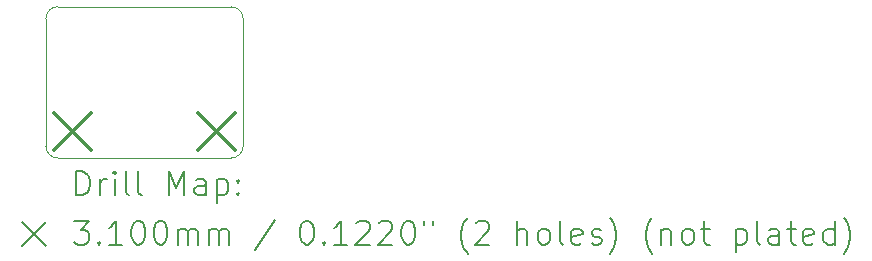
<source format=gbr>
%TF.GenerationSoftware,KiCad,Pcbnew,8.0.4-8.0.4-0~ubuntu22.04.1*%
%TF.CreationDate,2024-08-29T21:18:51-07:00*%
%TF.ProjectId,uSlime_BNO085,75536c69-6d65-45f4-924e-4f3038352e6b,rev?*%
%TF.SameCoordinates,Original*%
%TF.FileFunction,Drillmap*%
%TF.FilePolarity,Positive*%
%FSLAX45Y45*%
G04 Gerber Fmt 4.5, Leading zero omitted, Abs format (unit mm)*
G04 Created by KiCad (PCBNEW 8.0.4-8.0.4-0~ubuntu22.04.1) date 2024-08-29 21:18:51*
%MOMM*%
%LPD*%
G01*
G04 APERTURE LIST*
%ADD10C,0.050000*%
%ADD11C,0.200000*%
%ADD12C,0.310000*%
G04 APERTURE END LIST*
D10*
X11634999Y-8935711D02*
X10165000Y-8935000D01*
X10165000Y-10215000D02*
X11635000Y-10215000D01*
X11735000Y-10115000D02*
X11734999Y-9035711D01*
X10065000Y-9035000D02*
G75*
G02*
X10165000Y-8935000I100000J0D01*
G01*
X10065000Y-9035000D02*
X10065000Y-10115000D01*
X10165000Y-10215000D02*
G75*
G02*
X10065000Y-10115000I0J100000D01*
G01*
X11634999Y-8935711D02*
G75*
G02*
X11734999Y-9035711I1J-99999D01*
G01*
X11735000Y-10115000D02*
G75*
G02*
X11635000Y-10215000I-100000J0D01*
G01*
D11*
D12*
X10135000Y-9835000D02*
X10445000Y-10145000D01*
X10445000Y-9835000D02*
X10135000Y-10145000D01*
X11355000Y-9835000D02*
X11665000Y-10145000D01*
X11665000Y-9835000D02*
X11355000Y-10145000D01*
D11*
X10323277Y-10528984D02*
X10323277Y-10328984D01*
X10323277Y-10328984D02*
X10370896Y-10328984D01*
X10370896Y-10328984D02*
X10399467Y-10338508D01*
X10399467Y-10338508D02*
X10418515Y-10357555D01*
X10418515Y-10357555D02*
X10428039Y-10376603D01*
X10428039Y-10376603D02*
X10437563Y-10414698D01*
X10437563Y-10414698D02*
X10437563Y-10443270D01*
X10437563Y-10443270D02*
X10428039Y-10481365D01*
X10428039Y-10481365D02*
X10418515Y-10500412D01*
X10418515Y-10500412D02*
X10399467Y-10519460D01*
X10399467Y-10519460D02*
X10370896Y-10528984D01*
X10370896Y-10528984D02*
X10323277Y-10528984D01*
X10523277Y-10528984D02*
X10523277Y-10395650D01*
X10523277Y-10433746D02*
X10532801Y-10414698D01*
X10532801Y-10414698D02*
X10542324Y-10405174D01*
X10542324Y-10405174D02*
X10561372Y-10395650D01*
X10561372Y-10395650D02*
X10580420Y-10395650D01*
X10647086Y-10528984D02*
X10647086Y-10395650D01*
X10647086Y-10328984D02*
X10637563Y-10338508D01*
X10637563Y-10338508D02*
X10647086Y-10348031D01*
X10647086Y-10348031D02*
X10656610Y-10338508D01*
X10656610Y-10338508D02*
X10647086Y-10328984D01*
X10647086Y-10328984D02*
X10647086Y-10348031D01*
X10770896Y-10528984D02*
X10751848Y-10519460D01*
X10751848Y-10519460D02*
X10742324Y-10500412D01*
X10742324Y-10500412D02*
X10742324Y-10328984D01*
X10875658Y-10528984D02*
X10856610Y-10519460D01*
X10856610Y-10519460D02*
X10847086Y-10500412D01*
X10847086Y-10500412D02*
X10847086Y-10328984D01*
X11104229Y-10528984D02*
X11104229Y-10328984D01*
X11104229Y-10328984D02*
X11170896Y-10471841D01*
X11170896Y-10471841D02*
X11237562Y-10328984D01*
X11237562Y-10328984D02*
X11237562Y-10528984D01*
X11418515Y-10528984D02*
X11418515Y-10424222D01*
X11418515Y-10424222D02*
X11408991Y-10405174D01*
X11408991Y-10405174D02*
X11389943Y-10395650D01*
X11389943Y-10395650D02*
X11351848Y-10395650D01*
X11351848Y-10395650D02*
X11332801Y-10405174D01*
X11418515Y-10519460D02*
X11399467Y-10528984D01*
X11399467Y-10528984D02*
X11351848Y-10528984D01*
X11351848Y-10528984D02*
X11332801Y-10519460D01*
X11332801Y-10519460D02*
X11323277Y-10500412D01*
X11323277Y-10500412D02*
X11323277Y-10481365D01*
X11323277Y-10481365D02*
X11332801Y-10462317D01*
X11332801Y-10462317D02*
X11351848Y-10452793D01*
X11351848Y-10452793D02*
X11399467Y-10452793D01*
X11399467Y-10452793D02*
X11418515Y-10443270D01*
X11513753Y-10395650D02*
X11513753Y-10595650D01*
X11513753Y-10405174D02*
X11532801Y-10395650D01*
X11532801Y-10395650D02*
X11570896Y-10395650D01*
X11570896Y-10395650D02*
X11589943Y-10405174D01*
X11589943Y-10405174D02*
X11599467Y-10414698D01*
X11599467Y-10414698D02*
X11608991Y-10433746D01*
X11608991Y-10433746D02*
X11608991Y-10490889D01*
X11608991Y-10490889D02*
X11599467Y-10509936D01*
X11599467Y-10509936D02*
X11589943Y-10519460D01*
X11589943Y-10519460D02*
X11570896Y-10528984D01*
X11570896Y-10528984D02*
X11532801Y-10528984D01*
X11532801Y-10528984D02*
X11513753Y-10519460D01*
X11694705Y-10509936D02*
X11704229Y-10519460D01*
X11704229Y-10519460D02*
X11694705Y-10528984D01*
X11694705Y-10528984D02*
X11685182Y-10519460D01*
X11685182Y-10519460D02*
X11694705Y-10509936D01*
X11694705Y-10509936D02*
X11694705Y-10528984D01*
X11694705Y-10405174D02*
X11704229Y-10414698D01*
X11704229Y-10414698D02*
X11694705Y-10424222D01*
X11694705Y-10424222D02*
X11685182Y-10414698D01*
X11685182Y-10414698D02*
X11694705Y-10405174D01*
X11694705Y-10405174D02*
X11694705Y-10424222D01*
X9862500Y-10757500D02*
X10062500Y-10957500D01*
X10062500Y-10757500D02*
X9862500Y-10957500D01*
X10304229Y-10748984D02*
X10428039Y-10748984D01*
X10428039Y-10748984D02*
X10361372Y-10825174D01*
X10361372Y-10825174D02*
X10389944Y-10825174D01*
X10389944Y-10825174D02*
X10408991Y-10834698D01*
X10408991Y-10834698D02*
X10418515Y-10844222D01*
X10418515Y-10844222D02*
X10428039Y-10863270D01*
X10428039Y-10863270D02*
X10428039Y-10910889D01*
X10428039Y-10910889D02*
X10418515Y-10929936D01*
X10418515Y-10929936D02*
X10408991Y-10939460D01*
X10408991Y-10939460D02*
X10389944Y-10948984D01*
X10389944Y-10948984D02*
X10332801Y-10948984D01*
X10332801Y-10948984D02*
X10313753Y-10939460D01*
X10313753Y-10939460D02*
X10304229Y-10929936D01*
X10513753Y-10929936D02*
X10523277Y-10939460D01*
X10523277Y-10939460D02*
X10513753Y-10948984D01*
X10513753Y-10948984D02*
X10504229Y-10939460D01*
X10504229Y-10939460D02*
X10513753Y-10929936D01*
X10513753Y-10929936D02*
X10513753Y-10948984D01*
X10713753Y-10948984D02*
X10599467Y-10948984D01*
X10656610Y-10948984D02*
X10656610Y-10748984D01*
X10656610Y-10748984D02*
X10637563Y-10777555D01*
X10637563Y-10777555D02*
X10618515Y-10796603D01*
X10618515Y-10796603D02*
X10599467Y-10806127D01*
X10837563Y-10748984D02*
X10856610Y-10748984D01*
X10856610Y-10748984D02*
X10875658Y-10758508D01*
X10875658Y-10758508D02*
X10885182Y-10768031D01*
X10885182Y-10768031D02*
X10894705Y-10787079D01*
X10894705Y-10787079D02*
X10904229Y-10825174D01*
X10904229Y-10825174D02*
X10904229Y-10872793D01*
X10904229Y-10872793D02*
X10894705Y-10910889D01*
X10894705Y-10910889D02*
X10885182Y-10929936D01*
X10885182Y-10929936D02*
X10875658Y-10939460D01*
X10875658Y-10939460D02*
X10856610Y-10948984D01*
X10856610Y-10948984D02*
X10837563Y-10948984D01*
X10837563Y-10948984D02*
X10818515Y-10939460D01*
X10818515Y-10939460D02*
X10808991Y-10929936D01*
X10808991Y-10929936D02*
X10799467Y-10910889D01*
X10799467Y-10910889D02*
X10789944Y-10872793D01*
X10789944Y-10872793D02*
X10789944Y-10825174D01*
X10789944Y-10825174D02*
X10799467Y-10787079D01*
X10799467Y-10787079D02*
X10808991Y-10768031D01*
X10808991Y-10768031D02*
X10818515Y-10758508D01*
X10818515Y-10758508D02*
X10837563Y-10748984D01*
X11028039Y-10748984D02*
X11047086Y-10748984D01*
X11047086Y-10748984D02*
X11066134Y-10758508D01*
X11066134Y-10758508D02*
X11075658Y-10768031D01*
X11075658Y-10768031D02*
X11085182Y-10787079D01*
X11085182Y-10787079D02*
X11094705Y-10825174D01*
X11094705Y-10825174D02*
X11094705Y-10872793D01*
X11094705Y-10872793D02*
X11085182Y-10910889D01*
X11085182Y-10910889D02*
X11075658Y-10929936D01*
X11075658Y-10929936D02*
X11066134Y-10939460D01*
X11066134Y-10939460D02*
X11047086Y-10948984D01*
X11047086Y-10948984D02*
X11028039Y-10948984D01*
X11028039Y-10948984D02*
X11008991Y-10939460D01*
X11008991Y-10939460D02*
X10999467Y-10929936D01*
X10999467Y-10929936D02*
X10989944Y-10910889D01*
X10989944Y-10910889D02*
X10980420Y-10872793D01*
X10980420Y-10872793D02*
X10980420Y-10825174D01*
X10980420Y-10825174D02*
X10989944Y-10787079D01*
X10989944Y-10787079D02*
X10999467Y-10768031D01*
X10999467Y-10768031D02*
X11008991Y-10758508D01*
X11008991Y-10758508D02*
X11028039Y-10748984D01*
X11180420Y-10948984D02*
X11180420Y-10815650D01*
X11180420Y-10834698D02*
X11189943Y-10825174D01*
X11189943Y-10825174D02*
X11208991Y-10815650D01*
X11208991Y-10815650D02*
X11237563Y-10815650D01*
X11237563Y-10815650D02*
X11256610Y-10825174D01*
X11256610Y-10825174D02*
X11266134Y-10844222D01*
X11266134Y-10844222D02*
X11266134Y-10948984D01*
X11266134Y-10844222D02*
X11275658Y-10825174D01*
X11275658Y-10825174D02*
X11294705Y-10815650D01*
X11294705Y-10815650D02*
X11323277Y-10815650D01*
X11323277Y-10815650D02*
X11342324Y-10825174D01*
X11342324Y-10825174D02*
X11351848Y-10844222D01*
X11351848Y-10844222D02*
X11351848Y-10948984D01*
X11447086Y-10948984D02*
X11447086Y-10815650D01*
X11447086Y-10834698D02*
X11456610Y-10825174D01*
X11456610Y-10825174D02*
X11475658Y-10815650D01*
X11475658Y-10815650D02*
X11504229Y-10815650D01*
X11504229Y-10815650D02*
X11523277Y-10825174D01*
X11523277Y-10825174D02*
X11532801Y-10844222D01*
X11532801Y-10844222D02*
X11532801Y-10948984D01*
X11532801Y-10844222D02*
X11542324Y-10825174D01*
X11542324Y-10825174D02*
X11561372Y-10815650D01*
X11561372Y-10815650D02*
X11589943Y-10815650D01*
X11589943Y-10815650D02*
X11608991Y-10825174D01*
X11608991Y-10825174D02*
X11618515Y-10844222D01*
X11618515Y-10844222D02*
X11618515Y-10948984D01*
X12008991Y-10739460D02*
X11837563Y-10996603D01*
X12266134Y-10748984D02*
X12285182Y-10748984D01*
X12285182Y-10748984D02*
X12304229Y-10758508D01*
X12304229Y-10758508D02*
X12313753Y-10768031D01*
X12313753Y-10768031D02*
X12323277Y-10787079D01*
X12323277Y-10787079D02*
X12332801Y-10825174D01*
X12332801Y-10825174D02*
X12332801Y-10872793D01*
X12332801Y-10872793D02*
X12323277Y-10910889D01*
X12323277Y-10910889D02*
X12313753Y-10929936D01*
X12313753Y-10929936D02*
X12304229Y-10939460D01*
X12304229Y-10939460D02*
X12285182Y-10948984D01*
X12285182Y-10948984D02*
X12266134Y-10948984D01*
X12266134Y-10948984D02*
X12247086Y-10939460D01*
X12247086Y-10939460D02*
X12237563Y-10929936D01*
X12237563Y-10929936D02*
X12228039Y-10910889D01*
X12228039Y-10910889D02*
X12218515Y-10872793D01*
X12218515Y-10872793D02*
X12218515Y-10825174D01*
X12218515Y-10825174D02*
X12228039Y-10787079D01*
X12228039Y-10787079D02*
X12237563Y-10768031D01*
X12237563Y-10768031D02*
X12247086Y-10758508D01*
X12247086Y-10758508D02*
X12266134Y-10748984D01*
X12418515Y-10929936D02*
X12428039Y-10939460D01*
X12428039Y-10939460D02*
X12418515Y-10948984D01*
X12418515Y-10948984D02*
X12408991Y-10939460D01*
X12408991Y-10939460D02*
X12418515Y-10929936D01*
X12418515Y-10929936D02*
X12418515Y-10948984D01*
X12618515Y-10948984D02*
X12504229Y-10948984D01*
X12561372Y-10948984D02*
X12561372Y-10748984D01*
X12561372Y-10748984D02*
X12542325Y-10777555D01*
X12542325Y-10777555D02*
X12523277Y-10796603D01*
X12523277Y-10796603D02*
X12504229Y-10806127D01*
X12694706Y-10768031D02*
X12704229Y-10758508D01*
X12704229Y-10758508D02*
X12723277Y-10748984D01*
X12723277Y-10748984D02*
X12770896Y-10748984D01*
X12770896Y-10748984D02*
X12789944Y-10758508D01*
X12789944Y-10758508D02*
X12799467Y-10768031D01*
X12799467Y-10768031D02*
X12808991Y-10787079D01*
X12808991Y-10787079D02*
X12808991Y-10806127D01*
X12808991Y-10806127D02*
X12799467Y-10834698D01*
X12799467Y-10834698D02*
X12685182Y-10948984D01*
X12685182Y-10948984D02*
X12808991Y-10948984D01*
X12885182Y-10768031D02*
X12894706Y-10758508D01*
X12894706Y-10758508D02*
X12913753Y-10748984D01*
X12913753Y-10748984D02*
X12961372Y-10748984D01*
X12961372Y-10748984D02*
X12980420Y-10758508D01*
X12980420Y-10758508D02*
X12989944Y-10768031D01*
X12989944Y-10768031D02*
X12999467Y-10787079D01*
X12999467Y-10787079D02*
X12999467Y-10806127D01*
X12999467Y-10806127D02*
X12989944Y-10834698D01*
X12989944Y-10834698D02*
X12875658Y-10948984D01*
X12875658Y-10948984D02*
X12999467Y-10948984D01*
X13123277Y-10748984D02*
X13142325Y-10748984D01*
X13142325Y-10748984D02*
X13161372Y-10758508D01*
X13161372Y-10758508D02*
X13170896Y-10768031D01*
X13170896Y-10768031D02*
X13180420Y-10787079D01*
X13180420Y-10787079D02*
X13189944Y-10825174D01*
X13189944Y-10825174D02*
X13189944Y-10872793D01*
X13189944Y-10872793D02*
X13180420Y-10910889D01*
X13180420Y-10910889D02*
X13170896Y-10929936D01*
X13170896Y-10929936D02*
X13161372Y-10939460D01*
X13161372Y-10939460D02*
X13142325Y-10948984D01*
X13142325Y-10948984D02*
X13123277Y-10948984D01*
X13123277Y-10948984D02*
X13104229Y-10939460D01*
X13104229Y-10939460D02*
X13094706Y-10929936D01*
X13094706Y-10929936D02*
X13085182Y-10910889D01*
X13085182Y-10910889D02*
X13075658Y-10872793D01*
X13075658Y-10872793D02*
X13075658Y-10825174D01*
X13075658Y-10825174D02*
X13085182Y-10787079D01*
X13085182Y-10787079D02*
X13094706Y-10768031D01*
X13094706Y-10768031D02*
X13104229Y-10758508D01*
X13104229Y-10758508D02*
X13123277Y-10748984D01*
X13266134Y-10748984D02*
X13266134Y-10787079D01*
X13342325Y-10748984D02*
X13342325Y-10787079D01*
X13637563Y-11025174D02*
X13628039Y-11015650D01*
X13628039Y-11015650D02*
X13608991Y-10987079D01*
X13608991Y-10987079D02*
X13599468Y-10968031D01*
X13599468Y-10968031D02*
X13589944Y-10939460D01*
X13589944Y-10939460D02*
X13580420Y-10891841D01*
X13580420Y-10891841D02*
X13580420Y-10853746D01*
X13580420Y-10853746D02*
X13589944Y-10806127D01*
X13589944Y-10806127D02*
X13599468Y-10777555D01*
X13599468Y-10777555D02*
X13608991Y-10758508D01*
X13608991Y-10758508D02*
X13628039Y-10729936D01*
X13628039Y-10729936D02*
X13637563Y-10720412D01*
X13704229Y-10768031D02*
X13713753Y-10758508D01*
X13713753Y-10758508D02*
X13732801Y-10748984D01*
X13732801Y-10748984D02*
X13780420Y-10748984D01*
X13780420Y-10748984D02*
X13799468Y-10758508D01*
X13799468Y-10758508D02*
X13808991Y-10768031D01*
X13808991Y-10768031D02*
X13818515Y-10787079D01*
X13818515Y-10787079D02*
X13818515Y-10806127D01*
X13818515Y-10806127D02*
X13808991Y-10834698D01*
X13808991Y-10834698D02*
X13694706Y-10948984D01*
X13694706Y-10948984D02*
X13818515Y-10948984D01*
X14056610Y-10948984D02*
X14056610Y-10748984D01*
X14142325Y-10948984D02*
X14142325Y-10844222D01*
X14142325Y-10844222D02*
X14132801Y-10825174D01*
X14132801Y-10825174D02*
X14113753Y-10815650D01*
X14113753Y-10815650D02*
X14085182Y-10815650D01*
X14085182Y-10815650D02*
X14066134Y-10825174D01*
X14066134Y-10825174D02*
X14056610Y-10834698D01*
X14266134Y-10948984D02*
X14247087Y-10939460D01*
X14247087Y-10939460D02*
X14237563Y-10929936D01*
X14237563Y-10929936D02*
X14228039Y-10910889D01*
X14228039Y-10910889D02*
X14228039Y-10853746D01*
X14228039Y-10853746D02*
X14237563Y-10834698D01*
X14237563Y-10834698D02*
X14247087Y-10825174D01*
X14247087Y-10825174D02*
X14266134Y-10815650D01*
X14266134Y-10815650D02*
X14294706Y-10815650D01*
X14294706Y-10815650D02*
X14313753Y-10825174D01*
X14313753Y-10825174D02*
X14323277Y-10834698D01*
X14323277Y-10834698D02*
X14332801Y-10853746D01*
X14332801Y-10853746D02*
X14332801Y-10910889D01*
X14332801Y-10910889D02*
X14323277Y-10929936D01*
X14323277Y-10929936D02*
X14313753Y-10939460D01*
X14313753Y-10939460D02*
X14294706Y-10948984D01*
X14294706Y-10948984D02*
X14266134Y-10948984D01*
X14447087Y-10948984D02*
X14428039Y-10939460D01*
X14428039Y-10939460D02*
X14418515Y-10920412D01*
X14418515Y-10920412D02*
X14418515Y-10748984D01*
X14599468Y-10939460D02*
X14580420Y-10948984D01*
X14580420Y-10948984D02*
X14542325Y-10948984D01*
X14542325Y-10948984D02*
X14523277Y-10939460D01*
X14523277Y-10939460D02*
X14513753Y-10920412D01*
X14513753Y-10920412D02*
X14513753Y-10844222D01*
X14513753Y-10844222D02*
X14523277Y-10825174D01*
X14523277Y-10825174D02*
X14542325Y-10815650D01*
X14542325Y-10815650D02*
X14580420Y-10815650D01*
X14580420Y-10815650D02*
X14599468Y-10825174D01*
X14599468Y-10825174D02*
X14608991Y-10844222D01*
X14608991Y-10844222D02*
X14608991Y-10863270D01*
X14608991Y-10863270D02*
X14513753Y-10882317D01*
X14685182Y-10939460D02*
X14704230Y-10948984D01*
X14704230Y-10948984D02*
X14742325Y-10948984D01*
X14742325Y-10948984D02*
X14761372Y-10939460D01*
X14761372Y-10939460D02*
X14770896Y-10920412D01*
X14770896Y-10920412D02*
X14770896Y-10910889D01*
X14770896Y-10910889D02*
X14761372Y-10891841D01*
X14761372Y-10891841D02*
X14742325Y-10882317D01*
X14742325Y-10882317D02*
X14713753Y-10882317D01*
X14713753Y-10882317D02*
X14694706Y-10872793D01*
X14694706Y-10872793D02*
X14685182Y-10853746D01*
X14685182Y-10853746D02*
X14685182Y-10844222D01*
X14685182Y-10844222D02*
X14694706Y-10825174D01*
X14694706Y-10825174D02*
X14713753Y-10815650D01*
X14713753Y-10815650D02*
X14742325Y-10815650D01*
X14742325Y-10815650D02*
X14761372Y-10825174D01*
X14837563Y-11025174D02*
X14847087Y-11015650D01*
X14847087Y-11015650D02*
X14866134Y-10987079D01*
X14866134Y-10987079D02*
X14875658Y-10968031D01*
X14875658Y-10968031D02*
X14885182Y-10939460D01*
X14885182Y-10939460D02*
X14894706Y-10891841D01*
X14894706Y-10891841D02*
X14894706Y-10853746D01*
X14894706Y-10853746D02*
X14885182Y-10806127D01*
X14885182Y-10806127D02*
X14875658Y-10777555D01*
X14875658Y-10777555D02*
X14866134Y-10758508D01*
X14866134Y-10758508D02*
X14847087Y-10729936D01*
X14847087Y-10729936D02*
X14837563Y-10720412D01*
X15199468Y-11025174D02*
X15189944Y-11015650D01*
X15189944Y-11015650D02*
X15170896Y-10987079D01*
X15170896Y-10987079D02*
X15161372Y-10968031D01*
X15161372Y-10968031D02*
X15151849Y-10939460D01*
X15151849Y-10939460D02*
X15142325Y-10891841D01*
X15142325Y-10891841D02*
X15142325Y-10853746D01*
X15142325Y-10853746D02*
X15151849Y-10806127D01*
X15151849Y-10806127D02*
X15161372Y-10777555D01*
X15161372Y-10777555D02*
X15170896Y-10758508D01*
X15170896Y-10758508D02*
X15189944Y-10729936D01*
X15189944Y-10729936D02*
X15199468Y-10720412D01*
X15275658Y-10815650D02*
X15275658Y-10948984D01*
X15275658Y-10834698D02*
X15285182Y-10825174D01*
X15285182Y-10825174D02*
X15304230Y-10815650D01*
X15304230Y-10815650D02*
X15332801Y-10815650D01*
X15332801Y-10815650D02*
X15351849Y-10825174D01*
X15351849Y-10825174D02*
X15361372Y-10844222D01*
X15361372Y-10844222D02*
X15361372Y-10948984D01*
X15485182Y-10948984D02*
X15466134Y-10939460D01*
X15466134Y-10939460D02*
X15456611Y-10929936D01*
X15456611Y-10929936D02*
X15447087Y-10910889D01*
X15447087Y-10910889D02*
X15447087Y-10853746D01*
X15447087Y-10853746D02*
X15456611Y-10834698D01*
X15456611Y-10834698D02*
X15466134Y-10825174D01*
X15466134Y-10825174D02*
X15485182Y-10815650D01*
X15485182Y-10815650D02*
X15513753Y-10815650D01*
X15513753Y-10815650D02*
X15532801Y-10825174D01*
X15532801Y-10825174D02*
X15542325Y-10834698D01*
X15542325Y-10834698D02*
X15551849Y-10853746D01*
X15551849Y-10853746D02*
X15551849Y-10910889D01*
X15551849Y-10910889D02*
X15542325Y-10929936D01*
X15542325Y-10929936D02*
X15532801Y-10939460D01*
X15532801Y-10939460D02*
X15513753Y-10948984D01*
X15513753Y-10948984D02*
X15485182Y-10948984D01*
X15608992Y-10815650D02*
X15685182Y-10815650D01*
X15637563Y-10748984D02*
X15637563Y-10920412D01*
X15637563Y-10920412D02*
X15647087Y-10939460D01*
X15647087Y-10939460D02*
X15666134Y-10948984D01*
X15666134Y-10948984D02*
X15685182Y-10948984D01*
X15904230Y-10815650D02*
X15904230Y-11015650D01*
X15904230Y-10825174D02*
X15923277Y-10815650D01*
X15923277Y-10815650D02*
X15961373Y-10815650D01*
X15961373Y-10815650D02*
X15980420Y-10825174D01*
X15980420Y-10825174D02*
X15989944Y-10834698D01*
X15989944Y-10834698D02*
X15999468Y-10853746D01*
X15999468Y-10853746D02*
X15999468Y-10910889D01*
X15999468Y-10910889D02*
X15989944Y-10929936D01*
X15989944Y-10929936D02*
X15980420Y-10939460D01*
X15980420Y-10939460D02*
X15961373Y-10948984D01*
X15961373Y-10948984D02*
X15923277Y-10948984D01*
X15923277Y-10948984D02*
X15904230Y-10939460D01*
X16113753Y-10948984D02*
X16094706Y-10939460D01*
X16094706Y-10939460D02*
X16085182Y-10920412D01*
X16085182Y-10920412D02*
X16085182Y-10748984D01*
X16275658Y-10948984D02*
X16275658Y-10844222D01*
X16275658Y-10844222D02*
X16266134Y-10825174D01*
X16266134Y-10825174D02*
X16247087Y-10815650D01*
X16247087Y-10815650D02*
X16208992Y-10815650D01*
X16208992Y-10815650D02*
X16189944Y-10825174D01*
X16275658Y-10939460D02*
X16256611Y-10948984D01*
X16256611Y-10948984D02*
X16208992Y-10948984D01*
X16208992Y-10948984D02*
X16189944Y-10939460D01*
X16189944Y-10939460D02*
X16180420Y-10920412D01*
X16180420Y-10920412D02*
X16180420Y-10901365D01*
X16180420Y-10901365D02*
X16189944Y-10882317D01*
X16189944Y-10882317D02*
X16208992Y-10872793D01*
X16208992Y-10872793D02*
X16256611Y-10872793D01*
X16256611Y-10872793D02*
X16275658Y-10863270D01*
X16342325Y-10815650D02*
X16418515Y-10815650D01*
X16370896Y-10748984D02*
X16370896Y-10920412D01*
X16370896Y-10920412D02*
X16380420Y-10939460D01*
X16380420Y-10939460D02*
X16399468Y-10948984D01*
X16399468Y-10948984D02*
X16418515Y-10948984D01*
X16561373Y-10939460D02*
X16542325Y-10948984D01*
X16542325Y-10948984D02*
X16504230Y-10948984D01*
X16504230Y-10948984D02*
X16485182Y-10939460D01*
X16485182Y-10939460D02*
X16475658Y-10920412D01*
X16475658Y-10920412D02*
X16475658Y-10844222D01*
X16475658Y-10844222D02*
X16485182Y-10825174D01*
X16485182Y-10825174D02*
X16504230Y-10815650D01*
X16504230Y-10815650D02*
X16542325Y-10815650D01*
X16542325Y-10815650D02*
X16561373Y-10825174D01*
X16561373Y-10825174D02*
X16570896Y-10844222D01*
X16570896Y-10844222D02*
X16570896Y-10863270D01*
X16570896Y-10863270D02*
X16475658Y-10882317D01*
X16742325Y-10948984D02*
X16742325Y-10748984D01*
X16742325Y-10939460D02*
X16723277Y-10948984D01*
X16723277Y-10948984D02*
X16685182Y-10948984D01*
X16685182Y-10948984D02*
X16666134Y-10939460D01*
X16666134Y-10939460D02*
X16656611Y-10929936D01*
X16656611Y-10929936D02*
X16647087Y-10910889D01*
X16647087Y-10910889D02*
X16647087Y-10853746D01*
X16647087Y-10853746D02*
X16656611Y-10834698D01*
X16656611Y-10834698D02*
X16666134Y-10825174D01*
X16666134Y-10825174D02*
X16685182Y-10815650D01*
X16685182Y-10815650D02*
X16723277Y-10815650D01*
X16723277Y-10815650D02*
X16742325Y-10825174D01*
X16818516Y-11025174D02*
X16828039Y-11015650D01*
X16828039Y-11015650D02*
X16847087Y-10987079D01*
X16847087Y-10987079D02*
X16856611Y-10968031D01*
X16856611Y-10968031D02*
X16866135Y-10939460D01*
X16866135Y-10939460D02*
X16875658Y-10891841D01*
X16875658Y-10891841D02*
X16875658Y-10853746D01*
X16875658Y-10853746D02*
X16866135Y-10806127D01*
X16866135Y-10806127D02*
X16856611Y-10777555D01*
X16856611Y-10777555D02*
X16847087Y-10758508D01*
X16847087Y-10758508D02*
X16828039Y-10729936D01*
X16828039Y-10729936D02*
X16818516Y-10720412D01*
M02*

</source>
